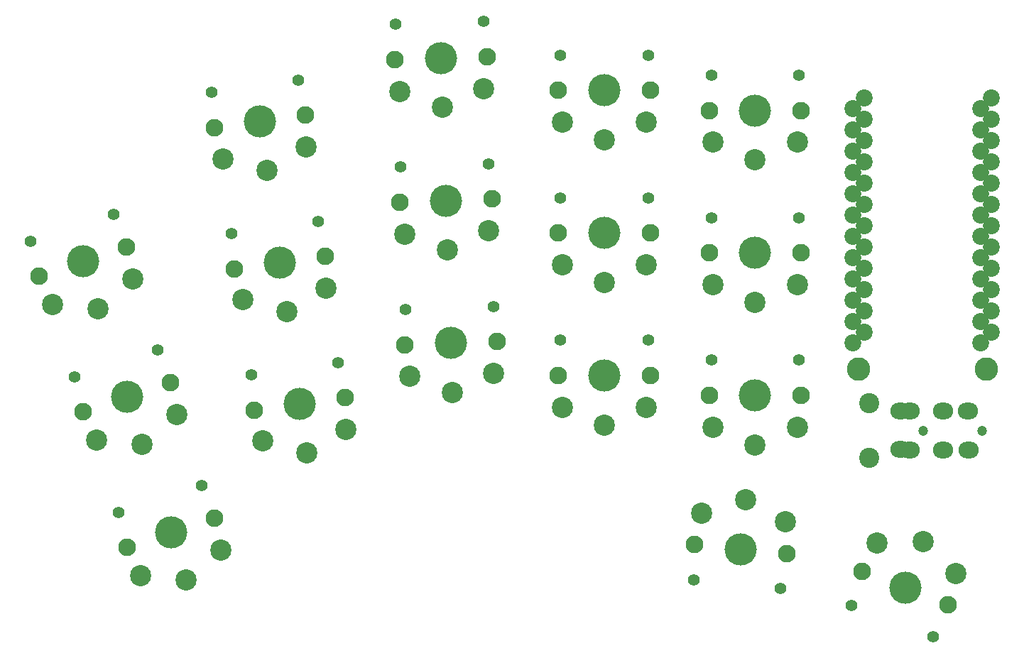
<source format=gbs>
G04 #@! TF.GenerationSoftware,KiCad,Pcbnew,(5.1.4-0-10_14)*
G04 #@! TF.CreationDate,2021-08-26T22:39:10+02:00*
G04 #@! TF.ProjectId,lory,6c6f7279-2e6b-4696-9361-645f70636258,2.1*
G04 #@! TF.SameCoordinates,Original*
G04 #@! TF.FileFunction,Soldermask,Bot*
G04 #@! TF.FilePolarity,Negative*
%FSLAX46Y46*%
G04 Gerber Fmt 4.6, Leading zero omitted, Abs format (unit mm)*
G04 Created by KiCad (PCBNEW (5.1.4-0-10_14)) date 2021-08-26 22:39:10*
%MOMM*%
%LPD*%
G04 APERTURE LIST*
%ADD10C,1.390600*%
%ADD11C,2.528000*%
%ADD12C,3.829000*%
%ADD13C,2.101800*%
%ADD14O,2.400000X2.000000*%
%ADD15C,1.200000*%
%ADD16C,2.020000*%
%ADD17C,2.800000*%
%ADD18C,2.400000*%
G04 APERTURE END LIST*
D10*
X170625000Y-69135000D03*
D11*
X160405000Y-77135000D03*
D12*
X165405000Y-73335000D03*
D11*
X170405000Y-77135000D03*
X165405000Y-79235000D03*
D10*
X160185000Y-69135000D03*
D13*
X159905000Y-73335000D03*
X170905000Y-73335000D03*
D14*
X187802000Y-92200000D03*
X190802000Y-92200000D03*
X183802000Y-92200000D03*
X182702000Y-96800000D03*
X182722000Y-92230000D03*
X183822000Y-96830000D03*
X190822000Y-96830000D03*
D15*
X185422000Y-94530000D03*
X192422000Y-94530000D03*
D14*
X187822000Y-96830000D03*
D16*
X192280000Y-56157000D03*
X192280000Y-58697000D03*
X192280000Y-61237000D03*
X192280000Y-63777000D03*
X192280000Y-66317000D03*
X192280000Y-68857000D03*
X192280000Y-71397000D03*
X192280000Y-73937000D03*
X192280000Y-76477000D03*
X192280000Y-79017000D03*
X192280000Y-81557000D03*
X192280000Y-84097000D03*
X177040000Y-84097000D03*
X177040000Y-81557000D03*
X177040000Y-79017000D03*
X177040000Y-76477000D03*
X177040000Y-73937000D03*
X177040000Y-71397000D03*
X177040000Y-68857000D03*
X177040000Y-66317000D03*
X177040000Y-63777000D03*
X177040000Y-61237000D03*
X177040000Y-58697000D03*
X177040000Y-56157000D03*
X193586400Y-54887000D03*
X193586400Y-57427000D03*
X193586400Y-59967000D03*
X193586400Y-62507000D03*
X193586400Y-65047000D03*
X193586400Y-67587000D03*
X193586400Y-70127000D03*
X193586400Y-72667000D03*
X193586400Y-75207000D03*
X193586400Y-77747000D03*
X193586400Y-80287000D03*
X193586400Y-82827000D03*
X178366400Y-82827000D03*
X178366400Y-80287000D03*
X178366400Y-77747000D03*
X178366400Y-75207000D03*
X178366400Y-72667000D03*
X178366400Y-70127000D03*
X178366400Y-67587000D03*
X178366400Y-65047000D03*
X178366400Y-62507000D03*
X178366400Y-59967000D03*
X178366400Y-57427000D03*
X178366400Y-54887000D03*
D10*
X142185000Y-83760000D03*
D11*
X152405000Y-91760000D03*
D12*
X147405000Y-87960000D03*
D11*
X142405000Y-91760000D03*
X147405000Y-93860000D03*
D10*
X152625000Y-83760000D03*
D13*
X152905000Y-87960000D03*
X141905000Y-87960000D03*
D10*
X160185000Y-86135000D03*
D11*
X170405000Y-94135000D03*
D12*
X165405000Y-90335000D03*
D11*
X160405000Y-94135000D03*
X165405000Y-96235000D03*
D10*
X170625000Y-86135000D03*
D13*
X170905000Y-90335000D03*
X159905000Y-90335000D03*
D10*
X78967614Y-71983631D03*
D11*
X91159547Y-76433930D03*
D12*
X85230000Y-74365000D03*
D11*
X81648982Y-79524100D03*
X87053200Y-79976232D03*
D10*
X88896644Y-68757494D03*
D13*
X90460811Y-72665407D03*
X79999189Y-76064593D03*
X85254189Y-92234593D03*
X95715811Y-88835407D03*
D10*
X94151644Y-84927494D03*
D11*
X92308200Y-96146232D03*
X86903982Y-95694100D03*
D12*
X90485000Y-90535000D03*
D11*
X96414547Y-92603930D03*
D10*
X84222614Y-88153631D03*
D13*
X90509189Y-108404593D03*
X100970811Y-105005407D03*
D10*
X99406644Y-101097494D03*
D11*
X97563200Y-112316232D03*
X92158982Y-111864100D03*
D12*
X95740000Y-106705000D03*
D11*
X101669547Y-108773930D03*
D10*
X89477614Y-104323631D03*
X100611274Y-54212358D03*
D11*
X111845198Y-60712153D03*
D12*
X106365000Y-57645000D03*
D11*
X101942517Y-62103884D03*
X107186121Y-63487582D03*
D10*
X110949672Y-52759391D03*
D13*
X111811474Y-56879548D03*
X100918526Y-58410452D03*
D10*
X102976274Y-71047358D03*
D11*
X114210198Y-77547153D03*
D12*
X108730000Y-74480000D03*
D11*
X104307517Y-78938884D03*
X109551121Y-80322582D03*
D10*
X113314672Y-69594391D03*
D13*
X114176474Y-73714548D03*
X103283526Y-75245452D03*
D10*
X105341274Y-87882358D03*
D11*
X116575198Y-94382153D03*
D12*
X111095000Y-91315000D03*
D11*
X106672517Y-95773884D03*
X111916121Y-97157582D03*
D10*
X115679672Y-86429391D03*
D13*
X116541474Y-90549548D03*
X105648526Y-92080452D03*
D10*
X123744602Y-80069734D03*
D11*
X134237572Y-87708188D03*
D12*
X129108000Y-84085000D03*
D11*
X124243664Y-88057183D03*
X129313907Y-89981406D03*
D10*
X134178242Y-79705383D03*
D13*
X134604650Y-83893053D03*
X123611350Y-84276947D03*
D10*
X122560602Y-46081734D03*
D11*
X133053572Y-53720188D03*
D12*
X127924000Y-50097000D03*
D11*
X123059664Y-54069183D03*
X128129907Y-55993406D03*
D10*
X132994242Y-45717383D03*
D13*
X133420650Y-49905053D03*
X122427350Y-50288947D03*
D10*
X123154602Y-63079734D03*
D11*
X133647572Y-70718188D03*
D12*
X128518000Y-67095000D03*
D11*
X123653664Y-71067183D03*
X128723907Y-72991406D03*
D10*
X133588242Y-62715383D03*
D13*
X134014650Y-66903053D03*
X123021350Y-67286947D03*
D10*
X142185000Y-49755000D03*
D11*
X152405000Y-57755000D03*
D12*
X147405000Y-53955000D03*
D11*
X142405000Y-57755000D03*
X147405000Y-59855000D03*
D10*
X152625000Y-49755000D03*
D13*
X152905000Y-53955000D03*
X141905000Y-53955000D03*
D10*
X142185000Y-66755000D03*
D11*
X152405000Y-74755000D03*
D12*
X147405000Y-70955000D03*
D11*
X142405000Y-74755000D03*
X147405000Y-76855000D03*
D10*
X152625000Y-66755000D03*
D13*
X152905000Y-70955000D03*
X141905000Y-70955000D03*
D10*
X160185000Y-52135000D03*
D11*
X170405000Y-60135000D03*
D12*
X165405000Y-56335000D03*
D11*
X160405000Y-60135000D03*
X165405000Y-62235000D03*
D10*
X170625000Y-52135000D03*
D13*
X170905000Y-56335000D03*
X159905000Y-56335000D03*
D17*
X192940000Y-87170000D03*
X177695000Y-87175000D03*
D13*
X178139308Y-111325976D03*
X188408692Y-115268024D03*
D10*
X186642144Y-119088718D03*
D11*
X185388371Y-107788875D03*
X179967895Y-107957554D03*
D12*
X183274000Y-113297000D03*
D11*
X189303700Y-111541234D03*
D10*
X176895565Y-115347357D03*
D13*
X158183321Y-108145848D03*
X169132679Y-109200152D03*
D10*
X168451416Y-113353979D03*
D11*
X164223490Y-102800162D03*
X159045233Y-104411266D03*
D12*
X163658000Y-108673000D03*
D11*
X168999195Y-105369723D03*
D10*
X158059480Y-112353349D03*
D18*
X178988000Y-91262000D03*
X178988000Y-97762000D03*
M02*

</source>
